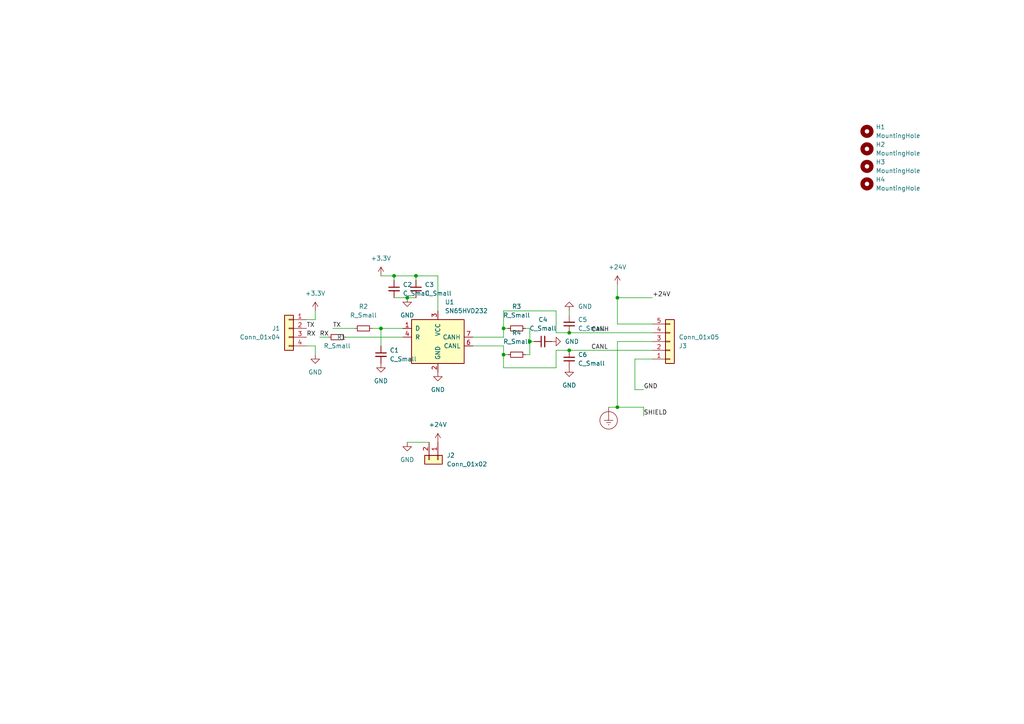
<source format=kicad_sch>
(kicad_sch (version 20211123) (generator eeschema)
  (paper "A4")
  (lib_symbols
    (symbol "Connector_Generic:Conn_01x02" (pin_names (offset 1.016) hide)
      (property "Reference" "J" (at 0 2.54 0))
      (property "Value" "Conn_01x02" (at 0 -5.08 0))
      (symbol "Conn_01x02_1_1"
        (rectangle (start -1.27 -2.413) (end 0 -2.667) (stroke (width 0.1524)))
        (rectangle (start -1.27 0.127) (end 0 -0.127) (stroke (width 0.1524)))
        (rectangle (start -1.27 1.27) (end 1.27 -3.81) (stroke (width 0.254)) (fill (type background)))
        (pin passive line (at -5.08 0 0) (length 3.81) (name "Pin_1") (number "1"))
        (pin passive line (at -5.08 -2.54 0) (length 3.81) (name "Pin_2") (number "2"))
      )
    )
    (symbol "Connector_Generic:Conn_01x04" (pin_names (offset 1.016) hide)
      (property "Reference" "J" (at 0 5.08 0))
      (property "Value" "Conn_01x04" (at 0 -7.62 0))
      (symbol "Conn_01x04_1_1"
        (rectangle (start -1.27 -4.953) (end 0 -5.207) (stroke (width 0.1524)))
        (rectangle (start -1.27 -2.413) (end 0 -2.667) (stroke (width 0.1524)))
        (rectangle (start -1.27 0.127) (end 0 -0.127) (stroke (width 0.1524)))
        (rectangle (start -1.27 2.667) (end 0 2.413) (stroke (width 0.1524)))
        (rectangle (start -1.27 3.81) (end 1.27 -6.35) (stroke (width 0.254)) (fill (type background)))
        (pin passive line (at -5.08 2.54 0) (length 3.81) (name "Pin_1") (number "1"))
        (pin passive line (at -5.08 0 0) (length 3.81) (name "Pin_2") (number "2"))
        (pin passive line (at -5.08 -2.54 0) (length 3.81) (name "Pin_3") (number "3"))
        (pin passive line (at -5.08 -5.08 0) (length 3.81) (name "Pin_4") (number "4"))
      )
    )
    (symbol "Connector_Generic:Conn_01x05" (pin_names (offset 1.016) hide)
      (property "Reference" "J" (at 0 7.62 0))
      (property "Value" "Conn_01x05" (at 0 -7.62 0))
      (symbol "Conn_01x05_1_1"
        (rectangle (start -1.27 -4.953) (end 0 -5.207) (stroke (width 0.1524)))
        (rectangle (start -1.27 -2.413) (end 0 -2.667) (stroke (width 0.1524)))
        (rectangle (start -1.27 0.127) (end 0 -0.127) (stroke (width 0.1524)))
        (rectangle (start -1.27 2.667) (end 0 2.413) (stroke (width 0.1524)))
        (rectangle (start -1.27 5.207) (end 0 4.953) (stroke (width 0.1524)))
        (rectangle (start -1.27 6.35) (end 1.27 -6.35) (stroke (width 0.254)) (fill (type background)))
        (pin passive line (at -5.08 5.08 0) (length 3.81) (name "Pin_1") (number "1"))
        (pin passive line (at -5.08 2.54 0) (length 3.81) (name "Pin_2") (number "2"))
        (pin passive line (at -5.08 0 0) (length 3.81) (name "Pin_3") (number "3"))
        (pin passive line (at -5.08 -2.54 0) (length 3.81) (name "Pin_4") (number "4"))
        (pin passive line (at -5.08 -5.08 0) (length 3.81) (name "Pin_5") (number "5"))
      )
    )
    (symbol "Device:C_Small" (pin_numbers hide) (pin_names (offset 0.254) hide)
      (property "Reference" "C" (at 0.254 1.778 0))
      (property "Value" "C_Small" (at 0.254 -2.032 0))
      (symbol "C_Small_0_1"
        (polyline (pts (xy -1.524 -0.508) (xy 1.524 -0.508)) (stroke (width 0.3302)))
        (polyline (pts (xy -1.524 0.508) (xy 1.524 0.508)) (stroke (width 0.3048)))
      )
      (symbol "C_Small_1_1"
        (pin passive line (at 0 2.54 270) (length 2.032) (name "~") (number "1"))
        (pin passive line (at 0 -2.54 90) (length 2.032) (name "~") (number "2"))
      )
    )
    (symbol "Device:R_Small" (pin_numbers hide) (pin_names (offset 0.254) hide)
      (property "Reference" "R" (at 0.762 0.508 0))
      (property "Value" "R_Small" (at 0.762 -1.016 0))
      (symbol "R_Small_0_1"
        (rectangle (start -0.762 1.778) (end 0.762 -1.778) (stroke (width 0.2032)))
      )
      (symbol "R_Small_1_1"
        (pin passive line (at 0 2.54 270) (length 0.762) (name "~") (number "1"))
        (pin passive line (at 0 -2.54 90) (length 0.762) (name "~") (number "2"))
      )
    )
    (symbol "Interface_CAN_LIN:SN65HVD232" (pin_names (offset 1.016))
      (property "Reference" "U" (at -2.54 10.16 0))
      (property "Value" "SN65HVD232" (at -2.54 7.62 0))
      (symbol "SN65HVD232_0_1"
        (rectangle (start -7.62 5.08) (end 7.62 -7.62) (stroke (width 0.254)) (fill (type background)))
      )
      (symbol "SN65HVD232_1_1"
        (pin input line (at -10.16 2.54 0) (length 2.54) (name "D") (number "1"))
        (pin power_in line (at 0 -10.16 90) (length 2.54) (name "GND") (number "2"))
        (pin power_in line (at 0 7.62 270) (length 2.54) (name "VCC") (number "3"))
        (pin output line (at -10.16 0 0) (length 2.54) (name "R") (number "4"))
        (pin no_connect line (at -10.16 -2.54 0) (length 2.54) hide (name "NC") (number "5"))
        (pin bidirectional line (at 10.16 -2.54 180) (length 2.54) (name "CANL") (number "6"))
        (pin bidirectional line (at 10.16 0 180) (length 2.54) (name "CANH") (number "7"))
        (pin no_connect line (at -10.16 -5.08 0) (length 2.54) hide (name "NC") (number "8"))
      )
    )
    (symbol "Mechanical:MountingHole" (pin_names (offset 1.016))
      (property "Reference" "H" (at 0 5.08 0))
      (property "Value" "MountingHole" (at 0 3.175 0))
      (symbol "MountingHole_0_1"
        (circle (center 0 0) (radius 1.27) (stroke (width 1.27)))
      )
    )
    (symbol "power:+24V" (power) (pin_names (offset 0))
      (property "Value" "+24V" (at 0 3.556 0))
      (symbol "+24V_0_1"
        (polyline (pts (xy -0.762 1.27) (xy 0 2.54)))
        (polyline (pts (xy 0 0) (xy 0 2.54)))
        (polyline (pts (xy 0 2.54) (xy 0.762 1.27)))
      )
      (symbol "+24V_1_1"
        (pin power_in line (at 0 0 90) (length 0) hide (name "+24V") (number "1"))
      )
    )
    (symbol "power:+3.3V" (power) (pin_names (offset 0))
      (property "Value" "+3.3V" (at 0 3.556 0))
      (symbol "+3.3V_0_1"
        (polyline (pts (xy -0.762 1.27) (xy 0 2.54)))
        (polyline (pts (xy 0 0) (xy 0 2.54)))
        (polyline (pts (xy 0 2.54) (xy 0.762 1.27)))
      )
      (symbol "+3.3V_1_1"
        (pin power_in line (at 0 0 90) (length 0) hide (name "+3.3V") (number "1"))
      )
    )
    (symbol "power:Earth_Protective" (power) (pin_names (offset 0))
      (symbol "Earth_Protective_0_1"
        (circle (center 0 -3.81) (radius 2.54))
        (polyline (pts (xy -0.635 -4.445) (xy 0.635 -4.445)))
        (polyline (pts (xy -0.127 -5.08) (xy 0.127 -5.08)))
        (polyline (pts (xy 0 -3.81) (xy 0 0)))
        (polyline (pts (xy 1.27 -3.81) (xy -1.27 -3.81)))
      )
      (symbol "Earth_Protective_1_1"
        (pin power_in line (at 0 0 270) (length 0) hide (name "Earth_Protective") (number "1"))
      )
    )
    (symbol "power:GND" (power) (pin_names (offset 0))
      (property "Value" "GND" (at 0 -3.81 0))
      (symbol "GND_0_1"
        (polyline (pts (xy 0 0) (xy 0 -1.27) (xy 1.27 -1.27) (xy 0 -2.54) (xy -1.27 -1.27) (xy 0 -1.27)))
      )
      (symbol "GND_1_1"
        (pin power_in line (at 0 0 270) (length 0) hide (name "GND") (number "1"))
      )
    )
  )
  (junction (at 165.1 101.6))
  (junction (at 118.11 86.36))
  (junction (at 179.07 86.36))
  (junction (at 153.67 99.06))
  (junction (at 179.07 118.11))
  (junction (at 114.3 80.01))
  (junction (at 165.1 96.52))
  (junction (at 146.05 102.87))
  (junction (at 110.49 95.25))
  (junction (at 120.65 80.01))
  (junction (at 146.05 95.25))
  (wire (pts (xy 179.07 93.98) (xy 179.07 86.36)))
  (wire (pts (xy 118.11 86.36) (xy 120.65 86.36)))
  (wire (pts (xy 179.07 118.11) (xy 179.07 99.06)))
  (wire (pts (xy 146.05 102.87) (xy 147.32 102.87)))
  (wire (pts (xy 146.05 95.25) (xy 146.05 97.79)))
  (wire (pts (xy 153.67 102.87) (xy 152.4 102.87)))
  (wire (pts (xy 153.67 99.06) (xy 154.94 99.06)))
  (wire (pts (xy 127 90.17) (xy 127 80.01)))
  (wire (pts (xy 179.07 86.36) (xy 179.07 82.55)))
  (wire (pts (xy 186.69 118.11) (xy 179.07 118.11)))
  (wire (pts (xy 120.65 80.01) (xy 120.65 81.28)))
  (wire (pts (xy 179.07 118.11) (xy 176.53 118.11)))
  (wire (pts (xy 88.9 100.33) (xy 91.44 100.33)))
  (wire (pts (xy 91.44 90.17) (xy 91.44 92.71)))
  (wire (pts (xy 88.9 92.71) (xy 91.44 92.71)))
  (wire (pts (xy 152.4 95.25) (xy 153.67 95.25)))
  (wire (pts (xy 118.11 128.27) (xy 124.46 128.27)))
  (wire (pts (xy 179.07 86.36) (xy 189.23 86.36)))
  (wire (pts (xy 137.16 100.33) (xy 146.05 100.33)))
  (wire (pts (xy 146.05 102.87) (xy 146.05 106.68)))
  (wire (pts (xy 120.65 80.01) (xy 114.3 80.01)))
  (wire (pts (xy 189.23 93.98) (xy 179.07 93.98)))
  (wire (pts (xy 165.1 101.6) (xy 189.23 101.6)))
  (wire (pts (xy 146.05 95.25) (xy 146.05 90.17)))
  (wire (pts (xy 161.29 90.17) (xy 161.29 96.52)))
  (wire (pts (xy 186.69 113.03) (xy 184.15 113.03)))
  (wire (pts (xy 146.05 90.17) (xy 161.29 90.17)))
  (wire (pts (xy 161.29 106.68) (xy 161.29 101.6)))
  (wire (pts (xy 110.49 100.33) (xy 110.49 95.25)))
  (wire (pts (xy 127 80.01) (xy 120.65 80.01)))
  (wire (pts (xy 114.3 80.01) (xy 114.3 81.28)))
  (wire (pts (xy 110.49 95.25) (xy 116.84 95.25)))
  (wire (pts (xy 91.44 100.33) (xy 91.44 102.87)))
  (wire (pts (xy 153.67 95.25) (xy 153.67 99.06)))
  (wire (pts (xy 165.1 91.44) (xy 165.1 90.17)))
  (wire (pts (xy 146.05 100.33) (xy 146.05 102.87)))
  (wire (pts (xy 107.95 95.25) (xy 110.49 95.25)))
  (wire (pts (xy 114.3 86.36) (xy 118.11 86.36)))
  (wire (pts (xy 146.05 97.79) (xy 137.16 97.79)))
  (wire (pts (xy 146.05 106.68) (xy 161.29 106.68)))
  (wire (pts (xy 100.33 97.79) (xy 116.84 97.79)))
  (wire (pts (xy 184.15 113.03) (xy 184.15 104.14)))
  (wire (pts (xy 96.52 95.25) (xy 102.87 95.25)))
  (wire (pts (xy 153.67 99.06) (xy 153.67 102.87)))
  (wire (pts (xy 179.07 99.06) (xy 189.23 99.06)))
  (wire (pts (xy 114.3 80.01) (xy 110.49 80.01)))
  (wire (pts (xy 184.15 104.14) (xy 189.23 104.14)))
  (wire (pts (xy 161.29 96.52) (xy 165.1 96.52)))
  (wire (pts (xy 161.29 101.6) (xy 165.1 101.6)))
  (wire (pts (xy 165.1 96.52) (xy 189.23 96.52)))
  (wire (pts (xy 147.32 95.25) (xy 146.05 95.25)))
  (wire (pts (xy 186.69 120.65) (xy 186.69 118.11)))
  (wire (pts (xy 92.71 97.79) (xy 95.25 97.79)))
  (label "+24V" (at 189.23 86.36 0))
  (label "CANL" (at 171.45 101.6 0))
  (label "CANH" (at 171.45 96.52 0))
  (label "SHIELD" (at 186.69 120.65 0))
  (label "RX" (at 88.9 97.79 0))
  (label "TX" (at 88.9 95.25 0))
  (label "RX" (at 92.71 97.79 0))
  (label "TX" (at 96.52 95.25 0))
  (label "GND" (at 186.69 113.03 0))
  (symbol (lib_id "Mechanical:MountingHole") (at 251.46 48.26 0) (unit 1)
    (property "Reference" "H3" (at 254 46.9899 0) (effects (justify left)))
    (property "Value" "MountingHole" (at 254 49.5299 0) (effects (justify left)))
    (property "Footprint" "MountingHole:MountingHole_3.2mm_M3_Pad_Via" (effects hide))
  )
  (symbol (lib_id "power:GND") (at 127 107.95 0) (unit 1)
    (property "Reference" "#PWR0106" (effects hide))
    (property "Value" "GND" (at 127 113.03 0))
  )
  (symbol (lib_id "power:GND") (at 165.1 90.17 180) (unit 1)
    (property "Reference" "#PWR0101" (effects hide))
    (property "Value" "GND" (at 167.64 88.8999 0) (effects (justify right)))
  )
  (symbol (lib_id "power:+24V") (at 127 128.27 0) (unit 1)
    (property "Reference" "#PWR0108" (effects hide))
    (property "Value" "+24V" (at 127 123.19 0))
  )
  (symbol (lib_id "power:GND") (at 91.44 102.87 0) (unit 1)
    (property "Reference" "#PWR0113" (effects hide))
    (property "Value" "GND" (at 91.44 107.95 0))
  )
  (symbol (lib_id "Mechanical:MountingHole") (at 251.46 38.1 0) (unit 1)
    (property "Reference" "H1" (at 254 36.8299 0) (effects (justify left)))
    (property "Value" "MountingHole" (at 254 39.3699 0) (effects (justify left)))
    (property "Footprint" "MountingHole:MountingHole_3.2mm_M3_Pad_Via" (effects hide))
  )
  (symbol (lib_id "Connector_Generic:Conn_01x05") (at 194.31 99.06 0) (mirror x) (unit 1)
    (property "Reference" "J3" (at 196.85 100.3301 0) (effects (justify left)))
    (property "Value" "Conn_01x05" (at 196.85 97.7901 0) (effects (justify left)))
    (property "Footprint" "Connector_JST:JST_XH_S5B-XH-A_1x05_P2.50mm_Horizontal" (effects hide))
  )
  (symbol (lib_id "power:GND") (at 118.11 86.36 0) (unit 1)
    (property "Reference" "#PWR0109" (effects hide))
    (property "Value" "GND" (at 118.11 91.44 0))
  )
  (symbol (lib_id "Device:C_Small") (at 157.48 99.06 90) (unit 1)
    (property "Reference" "C4" (at 157.4863 92.71 90))
    (property "Value" "C_Small" (at 157.4863 95.25 90))
    (property "Footprint" "Capacitor_SMD:C_0805_2012Metric" (effects hide))
  )
  (symbol (lib_id "Device:R_Small") (at 149.86 95.25 90) (unit 1)
    (property "Reference" "R3" (at 149.86 88.9 90))
    (property "Value" "R_Small" (at 149.86 91.44 90))
    (property "Footprint" "Resistor_SMD:R_1210_3225Metric" (effects hide))
  )
  (symbol (lib_id "power:+24V") (at 179.07 82.55 0) (unit 1)
    (property "Reference" "#PWR0102" (effects hide))
    (property "Value" "+24V" (at 179.07 77.47 0))
  )
  (symbol (lib_id "Interface_CAN_LIN:SN65HVD232") (at 127 97.79 0) (unit 1)
    (property "Reference" "U1" (at 129.0194 87.63 0) (effects (justify left)))
    (property "Value" "SN65HVD232" (at 129.0194 90.17 0) (effects (justify left)))
    (property "Footprint" "Package_SO:SOIC-8_3.9x4.9mm_P1.27mm" (effects hide))
    (property "Datasheet" "http://www.ti.com/lit/ds/symlink/sn65hvd230.pdf" (effects hide))
  )
  (symbol (lib_id "Device:C_Small") (at 120.65 83.82 0) (unit 1)
    (property "Reference" "C3" (at 123.19 82.5562 0) (effects (justify left)))
    (property "Value" "C_Small" (at 123.19 85.0962 0) (effects (justify left)))
    (property "Footprint" "Capacitor_SMD:C_0805_2012Metric" (effects hide))
  )
  (symbol (lib_id "Device:C_Small") (at 110.49 102.87 0) (unit 1)
    (property "Reference" "C1" (at 113.03 101.6062 0) (effects (justify left)))
    (property "Value" "C_Small" (at 113.03 104.1462 0) (effects (justify left)))
    (property "Footprint" "Capacitor_SMD:C_0805_2012Metric" (effects hide))
  )
  (symbol (lib_id "Connector_Generic:Conn_01x04") (at 83.82 95.25 0) (mirror y) (unit 1)
    (property "Reference" "J1" (at 81.28 95.2499 0) (effects (justify left)))
    (property "Value" "Conn_01x04" (at 81.28 97.7899 0) (effects (justify left)))
    (property "Footprint" "Connector_JST:JST_XH_S4B-XH-A_1x04_P2.50mm_Horizontal" (effects hide))
  )
  (symbol (lib_id "power:GND") (at 110.49 105.41 0) (unit 1)
    (property "Reference" "#PWR0112" (effects hide))
    (property "Value" "GND" (at 110.49 110.49 0))
  )
  (symbol (lib_id "Device:R_Small") (at 105.41 95.25 90) (unit 1)
    (property "Reference" "R2" (at 105.41 88.9 90))
    (property "Value" "R_Small" (at 105.41 91.44 90))
    (property "Footprint" "Resistor_SMD:R_0805_2012Metric" (effects hide))
  )
  (symbol (lib_id "power:GND") (at 118.11 128.27 0) (unit 1)
    (property "Reference" "#PWR0107" (effects hide))
    (property "Value" "GND" (at 118.11 133.35 0))
  )
  (symbol (lib_id "Device:R_Small") (at 149.86 102.87 90) (unit 1)
    (property "Reference" "R4" (at 149.86 96.52 90))
    (property "Value" "R_Small" (at 149.86 99.06 90))
    (property "Footprint" "Resistor_SMD:R_1210_3225Metric" (effects hide))
  )
  (symbol (lib_id "Mechanical:MountingHole") (at 251.46 53.34 0) (unit 1)
    (property "Reference" "H4" (at 254 52.0699 0) (effects (justify left)))
    (property "Value" "MountingHole" (at 254 54.6099 0) (effects (justify left)))
    (property "Footprint" "MountingHole:MountingHole_3.2mm_M3_Pad_Via" (effects hide))
  )
  (symbol (lib_id "power:GND") (at 160.02 99.06 90) (unit 1)
    (property "Reference" "#PWR0103" (effects hide))
    (property "Value" "GND" (at 163.83 99.0599 90) (effects (justify right)))
  )
  (symbol (lib_id "power:+3.3V") (at 110.49 80.01 0) (unit 1)
    (property "Reference" "#PWR0110" (effects hide))
    (property "Value" "+3.3V" (at 110.49 74.93 0))
  )
  (symbol (lib_id "power:+3.3V") (at 91.44 90.17 0) (unit 1)
    (property "Reference" "#PWR0111" (effects hide))
    (property "Value" "+3.3V" (at 91.44 85.09 0))
  )
  (symbol (lib_id "power:Earth_Protective") (at 176.53 118.11 0) (unit 1)
    (property "Reference" "#PWR0105" (effects hide))
    (property "Value" "Earth_Protective" (effects hide))
  )
  (symbol (lib_id "Device:C_Small") (at 114.3 83.82 0) (unit 1)
    (property "Reference" "C2" (at 116.84 82.5562 0) (effects (justify left)))
    (property "Value" "C_Small" (at 116.84 85.0962 0) (effects (justify left)))
    (property "Footprint" "Capacitor_SMD:C_0805_2012Metric" (effects hide))
  )
  (symbol (lib_id "Mechanical:MountingHole") (at 251.46 43.18 0) (unit 1)
    (property "Reference" "H2" (at 254 41.9099 0) (effects (justify left)))
    (property "Value" "MountingHole" (at 254 44.4499 0) (effects (justify left)))
    (property "Footprint" "MountingHole:MountingHole_3.2mm_M3_Pad_Via" (effects hide))
  )
  (symbol (lib_id "power:GND") (at 165.1 106.68 0) (unit 1)
    (property "Reference" "#PWR0104" (effects hide))
    (property "Value" "GND" (at 165.1 111.76 0))
  )
  (symbol (lib_id "Device:R_Small") (at 97.79 97.79 90) (unit 1)
    (property "Reference" "R1" (at 99.06 97.79 90))
    (property "Value" "R_Small" (at 97.79 100.33 90))
    (property "Footprint" "Resistor_SMD:R_0805_2012Metric" (effects hide))
  )
  (symbol (lib_id "Device:C_Small") (at 165.1 93.98 180) (unit 1)
    (property "Reference" "C5" (at 167.64 92.7035 0) (effects (justify right)))
    (property "Value" "C_Small" (at 167.64 95.2435 0) (effects (justify right)))
    (property "Footprint" "Capacitor_SMD:C_0805_2012Metric" (effects hide))
  )
  (symbol (lib_id "Connector_Generic:Conn_01x02") (at 127 133.35 270) (unit 1)
    (property "Reference" "J2" (at 129.54 132.0799 90) (effects (justify left)))
    (property "Value" "Conn_01x02" (at 129.54 134.6199 90) (effects (justify left)))
    (property "Footprint" "Connector_JST:JST_XH_S2B-XH-A_1x02_P2.50mm_Horizontal" (effects hide))
  )
  (symbol (lib_id "Device:C_Small") (at 165.1 104.14 180) (unit 1)
    (property "Reference" "C6" (at 167.64 102.8635 0) (effects (justify right)))
    (property "Value" "C_Small" (at 167.64 105.4035 0) (effects (justify right)))
    (property "Footprint" "Capacitor_SMD:C_0805_2012Metric" (effects hide))
  )
)
</source>
